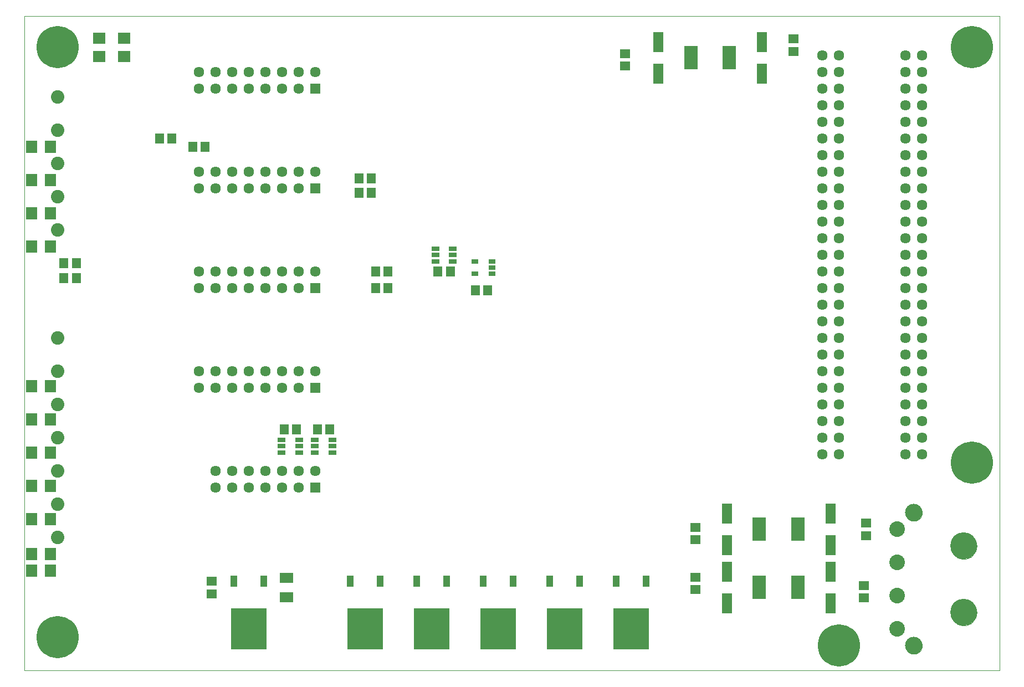
<source format=gts>
G75*
%MOIN*%
%OFA0B0*%
%FSLAX24Y24*%
%IPPOS*%
%LPD*%
%AMOC8*
5,1,8,0,0,1.08239X$1,22.5*
%
%ADD10C,0.0000*%
%ADD11R,0.0634X0.0634*%
%ADD12C,0.0634*%
%ADD13C,0.0808*%
%ADD14C,0.0940*%
%ADD15C,0.1040*%
%ADD16C,0.1610*%
%ADD17C,0.2540*%
%ADD18R,0.0552X0.0631*%
%ADD19R,0.2166X0.2481*%
%ADD20R,0.0434X0.0670*%
%ADD21R,0.0827X0.0631*%
%ADD22R,0.0631X0.0552*%
%ADD23R,0.0591X0.1221*%
%ADD24R,0.0670X0.0749*%
%ADD25R,0.0670X0.0750*%
%ADD26R,0.0750X0.0670*%
%ADD27R,0.0749X0.0670*%
%ADD28R,0.0453X0.0276*%
%ADD29R,0.0430X0.0312*%
%ADD30R,0.0827X0.1418*%
D10*
X002062Y000539D02*
X002062Y039909D01*
X060722Y039909D01*
X060722Y000539D01*
X002062Y000539D01*
X055062Y002039D02*
X055064Y002083D01*
X055070Y002127D01*
X055080Y002170D01*
X055093Y002212D01*
X055110Y002253D01*
X055131Y002292D01*
X055155Y002329D01*
X055182Y002364D01*
X055212Y002396D01*
X055245Y002426D01*
X055281Y002452D01*
X055318Y002476D01*
X055358Y002495D01*
X055399Y002512D01*
X055442Y002524D01*
X055485Y002533D01*
X055529Y002538D01*
X055573Y002539D01*
X055617Y002536D01*
X055661Y002529D01*
X055704Y002518D01*
X055746Y002504D01*
X055786Y002486D01*
X055825Y002464D01*
X055861Y002440D01*
X055895Y002412D01*
X055927Y002381D01*
X055956Y002347D01*
X055982Y002311D01*
X056004Y002273D01*
X056023Y002233D01*
X056038Y002191D01*
X056050Y002149D01*
X056058Y002105D01*
X056062Y002061D01*
X056062Y002017D01*
X056058Y001973D01*
X056050Y001929D01*
X056038Y001887D01*
X056023Y001845D01*
X056004Y001805D01*
X055982Y001767D01*
X055956Y001731D01*
X055927Y001697D01*
X055895Y001666D01*
X055861Y001638D01*
X055825Y001614D01*
X055786Y001592D01*
X055746Y001574D01*
X055704Y001560D01*
X055661Y001549D01*
X055617Y001542D01*
X055573Y001539D01*
X055529Y001540D01*
X055485Y001545D01*
X055442Y001554D01*
X055399Y001566D01*
X055358Y001583D01*
X055318Y001602D01*
X055281Y001626D01*
X055245Y001652D01*
X055212Y001682D01*
X055182Y001714D01*
X055155Y001749D01*
X055131Y001786D01*
X055110Y001825D01*
X055093Y001866D01*
X055080Y001908D01*
X055070Y001951D01*
X055064Y001995D01*
X055062Y002039D01*
X057777Y004039D02*
X057779Y004094D01*
X057785Y004149D01*
X057795Y004204D01*
X057808Y004258D01*
X057825Y004310D01*
X057846Y004362D01*
X057871Y004411D01*
X057899Y004459D01*
X057930Y004505D01*
X057965Y004548D01*
X058002Y004589D01*
X058042Y004627D01*
X058085Y004662D01*
X058130Y004695D01*
X058178Y004723D01*
X058227Y004749D01*
X058278Y004771D01*
X058330Y004789D01*
X058383Y004803D01*
X058438Y004814D01*
X058493Y004821D01*
X058548Y004824D01*
X058604Y004823D01*
X058659Y004818D01*
X058713Y004809D01*
X058767Y004797D01*
X058820Y004780D01*
X058872Y004760D01*
X058922Y004737D01*
X058970Y004709D01*
X059017Y004679D01*
X059061Y004645D01*
X059102Y004609D01*
X059141Y004569D01*
X059177Y004527D01*
X059210Y004482D01*
X059240Y004435D01*
X059266Y004387D01*
X059289Y004336D01*
X059308Y004284D01*
X059323Y004231D01*
X059335Y004177D01*
X059343Y004122D01*
X059347Y004067D01*
X059347Y004011D01*
X059343Y003956D01*
X059335Y003901D01*
X059323Y003847D01*
X059308Y003794D01*
X059289Y003742D01*
X059266Y003691D01*
X059240Y003643D01*
X059210Y003596D01*
X059177Y003551D01*
X059141Y003509D01*
X059102Y003469D01*
X059061Y003433D01*
X059017Y003399D01*
X058970Y003369D01*
X058922Y003341D01*
X058872Y003318D01*
X058820Y003298D01*
X058767Y003281D01*
X058713Y003269D01*
X058659Y003260D01*
X058604Y003255D01*
X058548Y003254D01*
X058493Y003257D01*
X058438Y003264D01*
X058383Y003275D01*
X058330Y003289D01*
X058278Y003307D01*
X058227Y003329D01*
X058178Y003355D01*
X058130Y003383D01*
X058085Y003416D01*
X058042Y003451D01*
X058002Y003489D01*
X057965Y003530D01*
X057930Y003573D01*
X057899Y003619D01*
X057871Y003667D01*
X057846Y003716D01*
X057825Y003768D01*
X057808Y003820D01*
X057795Y003874D01*
X057785Y003929D01*
X057779Y003984D01*
X057777Y004039D01*
X057777Y008039D02*
X057779Y008094D01*
X057785Y008149D01*
X057795Y008204D01*
X057808Y008258D01*
X057825Y008310D01*
X057846Y008362D01*
X057871Y008411D01*
X057899Y008459D01*
X057930Y008505D01*
X057965Y008548D01*
X058002Y008589D01*
X058042Y008627D01*
X058085Y008662D01*
X058130Y008695D01*
X058178Y008723D01*
X058227Y008749D01*
X058278Y008771D01*
X058330Y008789D01*
X058383Y008803D01*
X058438Y008814D01*
X058493Y008821D01*
X058548Y008824D01*
X058604Y008823D01*
X058659Y008818D01*
X058713Y008809D01*
X058767Y008797D01*
X058820Y008780D01*
X058872Y008760D01*
X058922Y008737D01*
X058970Y008709D01*
X059017Y008679D01*
X059061Y008645D01*
X059102Y008609D01*
X059141Y008569D01*
X059177Y008527D01*
X059210Y008482D01*
X059240Y008435D01*
X059266Y008387D01*
X059289Y008336D01*
X059308Y008284D01*
X059323Y008231D01*
X059335Y008177D01*
X059343Y008122D01*
X059347Y008067D01*
X059347Y008011D01*
X059343Y007956D01*
X059335Y007901D01*
X059323Y007847D01*
X059308Y007794D01*
X059289Y007742D01*
X059266Y007691D01*
X059240Y007643D01*
X059210Y007596D01*
X059177Y007551D01*
X059141Y007509D01*
X059102Y007469D01*
X059061Y007433D01*
X059017Y007399D01*
X058970Y007369D01*
X058922Y007341D01*
X058872Y007318D01*
X058820Y007298D01*
X058767Y007281D01*
X058713Y007269D01*
X058659Y007260D01*
X058604Y007255D01*
X058548Y007254D01*
X058493Y007257D01*
X058438Y007264D01*
X058383Y007275D01*
X058330Y007289D01*
X058278Y007307D01*
X058227Y007329D01*
X058178Y007355D01*
X058130Y007383D01*
X058085Y007416D01*
X058042Y007451D01*
X058002Y007489D01*
X057965Y007530D01*
X057930Y007573D01*
X057899Y007619D01*
X057871Y007667D01*
X057846Y007716D01*
X057825Y007768D01*
X057808Y007820D01*
X057795Y007874D01*
X057785Y007929D01*
X057779Y007984D01*
X057777Y008039D01*
X055062Y010039D02*
X055064Y010083D01*
X055070Y010127D01*
X055080Y010170D01*
X055093Y010212D01*
X055110Y010253D01*
X055131Y010292D01*
X055155Y010329D01*
X055182Y010364D01*
X055212Y010396D01*
X055245Y010426D01*
X055281Y010452D01*
X055318Y010476D01*
X055358Y010495D01*
X055399Y010512D01*
X055442Y010524D01*
X055485Y010533D01*
X055529Y010538D01*
X055573Y010539D01*
X055617Y010536D01*
X055661Y010529D01*
X055704Y010518D01*
X055746Y010504D01*
X055786Y010486D01*
X055825Y010464D01*
X055861Y010440D01*
X055895Y010412D01*
X055927Y010381D01*
X055956Y010347D01*
X055982Y010311D01*
X056004Y010273D01*
X056023Y010233D01*
X056038Y010191D01*
X056050Y010149D01*
X056058Y010105D01*
X056062Y010061D01*
X056062Y010017D01*
X056058Y009973D01*
X056050Y009929D01*
X056038Y009887D01*
X056023Y009845D01*
X056004Y009805D01*
X055982Y009767D01*
X055956Y009731D01*
X055927Y009697D01*
X055895Y009666D01*
X055861Y009638D01*
X055825Y009614D01*
X055786Y009592D01*
X055746Y009574D01*
X055704Y009560D01*
X055661Y009549D01*
X055617Y009542D01*
X055573Y009539D01*
X055529Y009540D01*
X055485Y009545D01*
X055442Y009554D01*
X055399Y009566D01*
X055358Y009583D01*
X055318Y009602D01*
X055281Y009626D01*
X055245Y009652D01*
X055212Y009682D01*
X055182Y009714D01*
X055155Y009749D01*
X055131Y009786D01*
X055110Y009825D01*
X055093Y009866D01*
X055080Y009908D01*
X055070Y009951D01*
X055064Y009995D01*
X055062Y010039D01*
D11*
X019562Y011539D03*
X019562Y017539D03*
X019562Y023539D03*
X019562Y029539D03*
X019562Y035539D03*
D12*
X018562Y035539D03*
X017562Y035539D03*
X016562Y035539D03*
X015562Y035539D03*
X014562Y035539D03*
X013562Y035539D03*
X012562Y035539D03*
X012562Y036539D03*
X013562Y036539D03*
X014562Y036539D03*
X015562Y036539D03*
X016562Y036539D03*
X017562Y036539D03*
X018562Y036539D03*
X019562Y036539D03*
X019562Y030539D03*
X018562Y030539D03*
X017562Y030539D03*
X016562Y030539D03*
X015562Y030539D03*
X014562Y030539D03*
X013562Y030539D03*
X012562Y030539D03*
X012562Y029539D03*
X013562Y029539D03*
X014562Y029539D03*
X015562Y029539D03*
X016562Y029539D03*
X017562Y029539D03*
X018562Y029539D03*
X018562Y024539D03*
X017562Y024539D03*
X016562Y024539D03*
X015562Y024539D03*
X014562Y024539D03*
X013562Y024539D03*
X012562Y024539D03*
X012562Y023539D03*
X013562Y023539D03*
X014562Y023539D03*
X015562Y023539D03*
X016562Y023539D03*
X017562Y023539D03*
X018562Y023539D03*
X019562Y024539D03*
X019562Y018539D03*
X018562Y018539D03*
X017562Y018539D03*
X016562Y018539D03*
X015562Y018539D03*
X014562Y018539D03*
X013562Y018539D03*
X012562Y018539D03*
X012562Y017539D03*
X013562Y017539D03*
X014562Y017539D03*
X015562Y017539D03*
X016562Y017539D03*
X017562Y017539D03*
X018562Y017539D03*
X018562Y012539D03*
X017562Y012539D03*
X016562Y012539D03*
X015562Y012539D03*
X014562Y012539D03*
X013562Y012539D03*
X013562Y011539D03*
X014562Y011539D03*
X015562Y011539D03*
X016562Y011539D03*
X017562Y011539D03*
X018562Y011539D03*
X019562Y012539D03*
X050062Y013539D03*
X051062Y013539D03*
X051062Y014539D03*
X050062Y014539D03*
X050062Y015539D03*
X051062Y015539D03*
X051062Y016539D03*
X050062Y016539D03*
X050062Y017539D03*
X051062Y017539D03*
X051062Y018539D03*
X050062Y018539D03*
X050062Y019539D03*
X051062Y019539D03*
X051062Y020539D03*
X050062Y020539D03*
X050062Y021539D03*
X051062Y021539D03*
X051062Y022539D03*
X050062Y022539D03*
X050062Y023539D03*
X051062Y023539D03*
X051062Y024539D03*
X050062Y024539D03*
X050062Y025539D03*
X051062Y025539D03*
X051062Y026539D03*
X050062Y026539D03*
X050062Y027539D03*
X051062Y027539D03*
X051062Y028539D03*
X050062Y028539D03*
X050062Y029539D03*
X051062Y029539D03*
X051062Y030539D03*
X050062Y030539D03*
X050062Y031539D03*
X051062Y031539D03*
X051062Y032539D03*
X050062Y032539D03*
X050062Y033539D03*
X051062Y033539D03*
X051062Y034539D03*
X050062Y034539D03*
X050062Y035539D03*
X051062Y035539D03*
X051062Y036539D03*
X050062Y036539D03*
X050062Y037539D03*
X051062Y037539D03*
X055062Y037539D03*
X056062Y037539D03*
X056062Y036539D03*
X055062Y036539D03*
X055062Y035539D03*
X056062Y035539D03*
X056062Y034539D03*
X055062Y034539D03*
X055062Y033539D03*
X056062Y033539D03*
X056062Y032539D03*
X055062Y032539D03*
X055062Y031539D03*
X056062Y031539D03*
X056062Y030539D03*
X055062Y030539D03*
X055062Y029539D03*
X056062Y029539D03*
X056062Y028539D03*
X055062Y028539D03*
X055062Y027539D03*
X056062Y027539D03*
X056062Y026539D03*
X055062Y026539D03*
X055062Y025539D03*
X056062Y025539D03*
X056062Y024539D03*
X055062Y024539D03*
X055062Y023539D03*
X056062Y023539D03*
X056062Y022539D03*
X055062Y022539D03*
X055062Y021539D03*
X056062Y021539D03*
X056062Y020539D03*
X055062Y020539D03*
X055062Y019539D03*
X056062Y019539D03*
X056062Y018539D03*
X055062Y018539D03*
X055062Y017539D03*
X056062Y017539D03*
X056062Y016539D03*
X055062Y016539D03*
X055062Y015539D03*
X056062Y015539D03*
X056062Y014539D03*
X055062Y014539D03*
X055062Y013539D03*
X056062Y013539D03*
D13*
X004062Y014539D03*
X004062Y016539D03*
X004062Y018539D03*
X004062Y020539D03*
X004062Y027039D03*
X004062Y029039D03*
X004062Y031039D03*
X004062Y033039D03*
X004062Y035039D03*
X004062Y012539D03*
X004062Y010539D03*
X004062Y008539D03*
D14*
X054562Y009039D03*
X054562Y007039D03*
X054562Y005039D03*
X054562Y003039D03*
D15*
X055562Y002039D03*
X055562Y010039D03*
D16*
X058562Y008039D03*
X058562Y004039D03*
D17*
X051062Y002039D03*
X059062Y013039D03*
X059062Y038039D03*
X004062Y038039D03*
X004062Y002539D03*
D18*
X017688Y015039D03*
X018436Y015039D03*
X019688Y015039D03*
X020436Y015039D03*
X023188Y023539D03*
X023936Y023539D03*
X023936Y024539D03*
X023188Y024539D03*
X026938Y024539D03*
X027686Y024539D03*
X029188Y023414D03*
X029936Y023414D03*
X022936Y029289D03*
X022188Y029289D03*
X022188Y030164D03*
X022936Y030164D03*
X012936Y032039D03*
X012188Y032039D03*
X010936Y032539D03*
X010188Y032539D03*
X005186Y025039D03*
X004438Y025039D03*
X004438Y024164D03*
X005186Y024164D03*
D19*
X015562Y003055D03*
X022562Y003055D03*
X026562Y003055D03*
X030562Y003055D03*
X034562Y003055D03*
X038562Y003055D03*
D20*
X037664Y005929D03*
X039460Y005929D03*
X035460Y005929D03*
X033664Y005929D03*
X031460Y005929D03*
X029664Y005929D03*
X027460Y005929D03*
X025664Y005929D03*
X023460Y005929D03*
X021664Y005929D03*
X016460Y005929D03*
X014664Y005929D03*
D21*
X017812Y006129D03*
X017812Y004948D03*
D22*
X013312Y005165D03*
X013312Y005913D03*
X042437Y006163D03*
X042437Y005415D03*
X042437Y008415D03*
X042437Y009163D03*
X052687Y009413D03*
X052687Y008665D03*
X052562Y005663D03*
X052562Y004915D03*
X038187Y036915D03*
X038187Y037663D03*
X048312Y037790D03*
X048312Y038538D03*
D23*
X046437Y038359D03*
X046437Y036469D03*
X040187Y036469D03*
X040187Y038359D03*
X044312Y009984D03*
X044312Y008094D03*
X044312Y006484D03*
X044312Y004594D03*
X050562Y004594D03*
X050562Y006484D03*
X050562Y008094D03*
X050562Y009984D03*
D24*
X003613Y009664D03*
X002511Y009664D03*
X002511Y011664D03*
X003613Y011664D03*
X003613Y013664D03*
X002511Y013664D03*
X002511Y015664D03*
X003613Y015664D03*
X003613Y017664D03*
X002511Y017664D03*
X002511Y026039D03*
X003613Y026039D03*
X003613Y028039D03*
X002511Y028039D03*
X002511Y030039D03*
X003613Y030039D03*
X003613Y032039D03*
X002511Y032039D03*
X002511Y007539D03*
X003613Y007539D03*
D25*
X003622Y006539D03*
X002502Y006539D03*
D26*
X008062Y037479D03*
X008062Y038599D03*
D27*
X006562Y038590D03*
X006562Y037488D03*
D28*
X026781Y025913D03*
X026781Y025539D03*
X026781Y025165D03*
X027844Y025165D03*
X027844Y025539D03*
X027844Y025913D03*
X020594Y014413D03*
X020594Y014039D03*
X020594Y013665D03*
X019531Y013665D03*
X019531Y014039D03*
X019531Y014413D03*
X018594Y014413D03*
X018594Y014039D03*
X018594Y013665D03*
X017531Y013665D03*
X017531Y014039D03*
X017531Y014413D03*
D29*
X029175Y024415D03*
X029175Y025163D03*
X030195Y025163D03*
X030195Y024789D03*
X030195Y024415D03*
D30*
X042151Y037414D03*
X044473Y037414D03*
X046276Y009039D03*
X048598Y009039D03*
X048598Y005539D03*
X046276Y005539D03*
M02*

</source>
